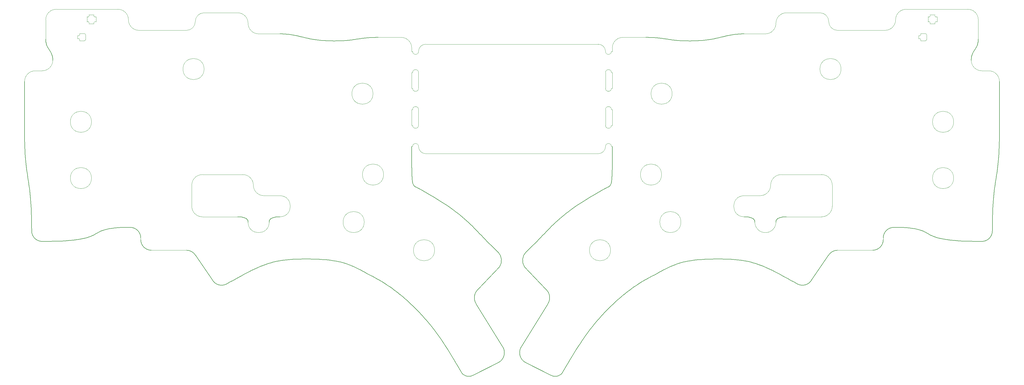
<source format=gm1>
G04 #@! TF.GenerationSoftware,KiCad,Pcbnew,7.0.5*
G04 #@! TF.CreationDate,2023-07-16T20:07:35+02:00*
G04 #@! TF.ProjectId,mykeeb_v7a5,6d796b65-6562-45f7-9637-61352e6b6963,rev?*
G04 #@! TF.SameCoordinates,Original*
G04 #@! TF.FileFunction,Profile,NP*
%FSLAX46Y46*%
G04 Gerber Fmt 4.6, Leading zero omitted, Abs format (unit mm)*
G04 Created by KiCad (PCBNEW 7.0.5) date 2023-07-16 20:07:35*
%MOMM*%
%LPD*%
G01*
G04 APERTURE LIST*
G04 #@! TA.AperFunction,Profile*
%ADD10C,0.038100*%
G04 #@! TD*
G04 #@! TA.AperFunction,Profile*
%ADD11C,0.160000*%
G04 #@! TD*
%ADD12C,0.160000*%
G04 #@! TA.AperFunction,Profile*
%ADD13C,0.100000*%
G04 #@! TD*
G04 #@! TA.AperFunction,Profile*
%ADD14C,0.050000*%
G04 #@! TD*
G04 #@! TA.AperFunction,Profile*
%ADD15C,0.120000*%
G04 #@! TD*
G04 APERTURE END LIST*
D10*
X275629909Y-97036028D02*
G75*
G03*
X272058028Y-100607897I191J-3572072D01*
G01*
D11*
X22026587Y-116086083D02*
G75*
G03*
X25598459Y-119657913I3571773J-57D01*
G01*
X58936070Y-119062600D02*
G75*
G03*
X62507865Y-122634430I3571630J-200D01*
G01*
D12*
X151804815Y-142279807D02*
X152302023Y-142780576D01*
X152789639Y-143279165D01*
X153268535Y-143776882D01*
X153739582Y-144275035D01*
X154203653Y-144774932D01*
X154661619Y-145277882D01*
X155114354Y-145785191D01*
X155562728Y-146298169D01*
X156007614Y-146818123D01*
X156449884Y-147346362D01*
X156890410Y-147884193D01*
X157330063Y-148432924D01*
X157769717Y-148993865D01*
X158210243Y-149568321D01*
X158652513Y-150157603D01*
X159097399Y-150763017D01*
X159545773Y-151385872D01*
X159998507Y-152027476D01*
X160456474Y-152689136D01*
X160920545Y-153372162D01*
X161391592Y-154077861D01*
X161870488Y-154807541D01*
X162358104Y-155562510D01*
X162855312Y-156344076D01*
X163362985Y-157153548D01*
X163881994Y-157992233D01*
X164413212Y-158861439D01*
X164957511Y-159762475D01*
X165515762Y-160696648D01*
X166088838Y-161665267D01*
X166677611Y-162669640D01*
X167282953Y-163711075D01*
D10*
X213717364Y-89973470D02*
G75*
G03*
X216179870Y-87511011I36J2462470D01*
G01*
D13*
X241697059Y-113109470D02*
G75*
G03*
X241697059Y-113109470I-3571875J0D01*
G01*
X333970574Y-98226645D02*
G75*
G03*
X333970574Y-98226645I-3571875J0D01*
G01*
D10*
X152914186Y-87511008D02*
G75*
G03*
X155376693Y-89973514I2462514J8D01*
G01*
X155376696Y-52901590D02*
G75*
G03*
X152914190Y-55364109I4J-2462510D01*
G01*
X79771945Y-97036064D02*
G75*
G03*
X76200064Y-100607897I-45J-3571836D01*
G01*
X97036022Y-100607897D02*
G75*
G03*
X100607897Y-104179778I3571878J-3D01*
G01*
D13*
X238720494Y-69651621D02*
G75*
G03*
X238720494Y-69651621I-3571875J0D01*
G01*
D10*
X289322102Y-111323531D02*
X277415846Y-111323532D01*
D13*
X30360963Y-41076605D02*
G75*
G03*
X26789085Y-44648475I-13J-3571865D01*
G01*
X217884536Y-122634478D02*
G75*
G03*
X217884536Y-122634478I-3571875J0D01*
G01*
X263128330Y-49410979D02*
X270272086Y-49410979D01*
D10*
X93464135Y-97036016D02*
X79771945Y-97036016D01*
X155376696Y-52901606D02*
X213717367Y-52901606D01*
D13*
X95250121Y-45839101D02*
G75*
G03*
X98821958Y-49410979I3571779J-99D01*
G01*
X23217207Y-61912559D02*
G75*
G03*
X19645329Y-65484430I-17J-3571861D01*
G01*
X80367257Y-42267149D02*
X91678202Y-42267223D01*
X343495585Y-61912552D02*
X345876837Y-61912552D01*
D12*
X244673627Y-51792231D02*
X245596700Y-51785400D01*
X246470175Y-51765488D01*
X247296779Y-51733368D01*
X248079235Y-51689911D01*
X248820270Y-51635990D01*
X249522608Y-51572476D01*
X250188974Y-51500242D01*
X250822094Y-51420160D01*
X251424692Y-51333101D01*
X251999494Y-51239938D01*
X252549224Y-51141543D01*
X253076609Y-51038787D01*
X253584373Y-50932544D01*
X254075241Y-50823684D01*
X254551938Y-50713080D01*
X255017190Y-50601605D01*
X255473721Y-50490129D01*
X255924257Y-50379525D01*
X256371523Y-50270665D01*
X256818244Y-50164422D01*
X257267145Y-50061666D01*
X257720952Y-49963271D01*
X258182388Y-49870108D01*
X258654180Y-49783049D01*
X259139053Y-49702967D01*
X259639731Y-49630733D01*
X260158941Y-49567219D01*
X260699406Y-49513298D01*
X261263852Y-49469841D01*
X261855005Y-49437721D01*
X262475589Y-49417809D01*
X263128330Y-49410979D01*
D13*
X23217207Y-61912552D02*
X25598459Y-61912552D01*
X342305003Y-44648475D02*
G75*
G03*
X338733081Y-41076597I-3571803J75D01*
G01*
D11*
X313729935Y-114895457D02*
G75*
G03*
X310158057Y-118467335I-35J-3571843D01*
G01*
D13*
X26789085Y-51196918D02*
X26789085Y-44648475D01*
D11*
X58935995Y-118467335D02*
G75*
G03*
X55364109Y-114895505I-3571795J35D01*
G01*
D12*
X347067463Y-116086083D02*
X347074293Y-114412414D01*
X347094205Y-112847316D01*
X347126325Y-111384246D01*
X347169782Y-110016665D01*
X347223703Y-108738032D01*
X347287217Y-107541807D01*
X347359451Y-106421450D01*
X347439533Y-105370421D01*
X347526592Y-104382178D01*
X347619755Y-103450183D01*
X347718150Y-102567894D01*
X347820906Y-101728771D01*
X347927149Y-100926274D01*
X348036009Y-100153863D01*
X348146613Y-99404996D01*
X348258089Y-98673135D01*
X348369564Y-97951739D01*
X348480168Y-97234266D01*
X348589028Y-96514178D01*
X348695271Y-95784934D01*
X348798027Y-95039992D01*
X348896422Y-94272814D01*
X348989585Y-93476859D01*
X349076644Y-92645586D01*
X349156726Y-91772455D01*
X349228960Y-90850926D01*
X349292474Y-89874459D01*
X349346395Y-88836512D01*
X349389852Y-87730547D01*
X349421972Y-86550022D01*
X349441884Y-85288397D01*
X349448715Y-83939133D01*
X124420417Y-51792231D02*
X125123735Y-51788815D01*
X125784433Y-51778859D01*
X126405235Y-51762799D01*
X126988867Y-51741071D01*
X127538052Y-51714110D01*
X128055517Y-51682353D01*
X128543987Y-51646236D01*
X129006187Y-51606195D01*
X129444842Y-51562666D01*
X129862676Y-51516084D01*
X130262416Y-51466887D01*
X130646786Y-51415509D01*
X131018511Y-51362387D01*
X131380317Y-51307957D01*
X131734929Y-51252655D01*
X132085071Y-51196918D01*
X132433470Y-51141180D01*
X132782849Y-51085878D01*
X133135935Y-51031448D01*
X133495452Y-50978326D01*
X133864125Y-50926948D01*
X134244680Y-50877751D01*
X134639841Y-50831169D01*
X135052335Y-50787640D01*
X135484885Y-50747599D01*
X135940217Y-50711482D01*
X136421057Y-50679725D01*
X136930129Y-50652764D01*
X137470158Y-50631036D01*
X138043870Y-50614976D01*
X138653989Y-50605020D01*
X139303242Y-50601605D01*
X232767367Y-130968860D02*
X232212712Y-131249675D01*
X231664817Y-131534087D01*
X231123461Y-131822206D01*
X230588428Y-132114139D01*
X230059499Y-132409997D01*
X229536456Y-132709888D01*
X229019082Y-133013922D01*
X228507158Y-133322206D01*
X228000466Y-133634851D01*
X227498788Y-133951965D01*
X227001907Y-134273657D01*
X226509604Y-134600036D01*
X226021661Y-134931212D01*
X225537860Y-135267293D01*
X225057983Y-135608388D01*
X224581813Y-135954606D01*
X224109130Y-136306056D01*
X223639718Y-136662848D01*
X223173358Y-137025090D01*
X222709832Y-137392891D01*
X222248923Y-137766361D01*
X221790411Y-138145608D01*
X221334079Y-138530741D01*
X220879710Y-138921869D01*
X220427085Y-139319102D01*
X219975985Y-139722548D01*
X219526194Y-140132316D01*
X219077493Y-140548515D01*
X218629664Y-140971255D01*
X218182489Y-141400644D01*
X217735750Y-141836792D01*
X217289229Y-142279807D01*
X150614189Y-87511011D02*
X150614240Y-88700897D01*
X150614600Y-89816583D01*
X150615576Y-90860609D01*
X150617478Y-91835513D01*
X150620613Y-92743835D01*
X150625289Y-93588115D01*
X150631816Y-94370891D01*
X150640501Y-95094704D01*
X150651654Y-95762092D01*
X150665581Y-96375595D01*
X150682592Y-96937752D01*
X150702995Y-97451103D01*
X150727098Y-97918187D01*
X150755209Y-98341544D01*
X150787638Y-98723713D01*
X150824692Y-99067233D01*
X150866679Y-99374644D01*
X150913909Y-99648484D01*
X150966689Y-99891295D01*
X151025327Y-100105614D01*
X151090133Y-100293981D01*
X151161414Y-100458936D01*
X151239479Y-100603018D01*
X151417194Y-100838721D01*
X151625744Y-101021405D01*
X151867597Y-101171385D01*
X152145218Y-101308975D01*
X152298214Y-101379474D01*
D11*
X294679919Y-122634382D02*
G75*
G03*
X291586546Y-124420383I81J-3572018D01*
G01*
D12*
X95250081Y-113109473D02*
X95245593Y-112947218D01*
X95186695Y-112652796D01*
X95067943Y-112396307D01*
X94897389Y-112175136D01*
X94683084Y-111986666D01*
X94433080Y-111828281D01*
X94155428Y-111697366D01*
X93858181Y-111591304D01*
X93549390Y-111507479D01*
X93237106Y-111443275D01*
X92929382Y-111396076D01*
X92634268Y-111363265D01*
X92359816Y-111342227D01*
X92114079Y-111330345D01*
X91905107Y-111325004D01*
X91740952Y-111323586D01*
X91678198Y-111323532D01*
D10*
X213717364Y-89973514D02*
X155376693Y-89973514D01*
D13*
X349448748Y-65484430D02*
G75*
G03*
X345876837Y-61912552I-3571948J-70D01*
G01*
X338733081Y-41076597D02*
X317897126Y-41076597D01*
X42267220Y-79176629D02*
G75*
G03*
X42267220Y-79176629I-3571875J0D01*
G01*
D12*
X26789085Y-51196918D02*
X26795915Y-51521535D01*
X26815827Y-51826531D01*
X26847947Y-52113214D01*
X26891404Y-52382893D01*
X26945325Y-52636874D01*
X27008839Y-52876468D01*
X27081073Y-53102980D01*
X27161155Y-53317720D01*
X27248214Y-53521996D01*
X27341377Y-53717115D01*
X27439772Y-53904385D01*
X27542528Y-54085116D01*
X27648771Y-54260614D01*
X27757631Y-54432188D01*
X27868235Y-54601146D01*
X27979711Y-54768796D01*
X28091186Y-54936445D01*
X28201790Y-55105403D01*
X28310650Y-55276977D01*
X28416893Y-55452475D01*
X28519649Y-55633206D01*
X28618044Y-55820476D01*
X28711207Y-56015595D01*
X28798266Y-56219871D01*
X28878348Y-56434611D01*
X28950582Y-56661123D01*
X29014096Y-56900717D01*
X29068017Y-57154698D01*
X29111474Y-57424377D01*
X29143594Y-57711060D01*
X29163506Y-58016056D01*
X29170337Y-58340674D01*
D11*
X181450245Y-155370314D02*
X172476220Y-140867452D01*
D13*
X139303242Y-50601605D02*
X147042311Y-50601605D01*
D12*
X343495585Y-119657913D02*
X341259364Y-119644251D01*
X339230580Y-119604427D01*
X337396915Y-119540187D01*
X335746051Y-119453274D01*
X334265671Y-119345432D01*
X332943458Y-119218405D01*
X331767094Y-119073937D01*
X330724260Y-118913773D01*
X329802641Y-118739656D01*
X328989917Y-118553331D01*
X328273772Y-118356541D01*
X327641888Y-118151032D01*
X327081947Y-117938546D01*
X326581632Y-117720828D01*
X326128625Y-117499622D01*
X325710609Y-117276673D01*
X325315265Y-117053723D01*
X324930278Y-116832518D01*
X324543328Y-116614802D01*
X324142098Y-116402318D01*
X323714272Y-116196811D01*
X323247530Y-116000024D01*
X322729556Y-115813703D01*
X322148032Y-115639590D01*
X321490641Y-115479431D01*
X320745065Y-115334968D01*
X319898985Y-115207947D01*
X318940086Y-115100112D01*
X317856049Y-115013205D01*
X316634556Y-114948973D01*
X315263291Y-114909158D01*
X313729935Y-114895505D01*
X152298214Y-101379474D02*
X153879618Y-102241024D01*
X155370635Y-103073934D01*
X156775653Y-103879920D01*
X158099063Y-104660703D01*
X159345254Y-105418002D01*
X160518616Y-106153534D01*
X161623538Y-106869020D01*
X162664410Y-107566179D01*
X163645622Y-108246728D01*
X164571563Y-108912388D01*
X165446624Y-109564878D01*
X166275193Y-110205916D01*
X167061660Y-110837221D01*
X167810415Y-111460512D01*
X168525849Y-112077509D01*
X169212349Y-112689930D01*
X169874306Y-113299495D01*
X170516111Y-113907922D01*
X171142151Y-114516930D01*
X171756817Y-115128239D01*
X172364499Y-115743567D01*
X172969586Y-116364634D01*
X173576469Y-116993158D01*
X174189535Y-117630858D01*
X174813176Y-118279454D01*
X175451781Y-118940664D01*
X176109740Y-119616208D01*
X176791441Y-120307804D01*
X177501276Y-121017171D01*
X178243633Y-121746029D01*
X179022902Y-122496096D01*
X179843474Y-123269092D01*
D10*
X292893983Y-107751650D02*
X292893980Y-100607894D01*
D11*
X77507498Y-124420383D02*
X83180792Y-132702356D01*
D10*
X95250089Y-113109473D02*
G75*
G03*
X102393831Y-113109469I3571871J3D01*
G01*
D12*
X124420417Y-51792231D02*
X123497343Y-51785400D01*
X122623868Y-51765488D01*
X121797264Y-51733368D01*
X121014808Y-51689911D01*
X120273773Y-51635990D01*
X119571435Y-51572476D01*
X118905069Y-51500242D01*
X118271949Y-51420160D01*
X117669351Y-51333101D01*
X117094549Y-51239938D01*
X116544819Y-51141543D01*
X116017434Y-51038787D01*
X115509670Y-50932544D01*
X115018802Y-50823684D01*
X114542105Y-50713080D01*
X114076853Y-50601605D01*
X113620322Y-50490129D01*
X113169786Y-50379525D01*
X112722520Y-50270665D01*
X112275799Y-50164422D01*
X111826898Y-50061666D01*
X111373091Y-49963271D01*
X110911655Y-49870108D01*
X110439863Y-49783049D01*
X109954990Y-49702967D01*
X109454312Y-49630733D01*
X108935102Y-49567219D01*
X108394637Y-49513298D01*
X107830191Y-49469841D01*
X107239038Y-49437721D01*
X106618454Y-49417809D01*
X105965714Y-49410979D01*
X342304959Y-51196918D02*
X342298128Y-51521535D01*
X342278216Y-51826531D01*
X342246096Y-52113214D01*
X342202639Y-52382893D01*
X342148718Y-52636874D01*
X342085204Y-52876468D01*
X342012970Y-53102980D01*
X341932888Y-53317720D01*
X341845829Y-53521996D01*
X341752666Y-53717115D01*
X341654271Y-53904385D01*
X341551515Y-54085116D01*
X341445272Y-54260614D01*
X341336412Y-54432188D01*
X341225808Y-54601146D01*
X341114333Y-54768796D01*
X341002857Y-54936445D01*
X340892253Y-55105403D01*
X340783393Y-55276977D01*
X340677150Y-55452475D01*
X340574394Y-55633206D01*
X340475999Y-55820476D01*
X340382836Y-56015595D01*
X340295777Y-56219871D01*
X340215695Y-56434611D01*
X340143461Y-56661123D01*
X340079947Y-56900717D01*
X340026026Y-57154698D01*
X339982569Y-57424377D01*
X339950449Y-57711060D01*
X339930537Y-58016056D01*
X339923707Y-58340674D01*
D13*
X291703351Y-45243751D02*
G75*
G03*
X288726787Y-42267149I-2976551J51D01*
G01*
D11*
X343495585Y-119657863D02*
G75*
G03*
X347067463Y-116086083I15J3571863D01*
G01*
X171404694Y-164923514D02*
X179784526Y-160734510D01*
D13*
X306586179Y-122634430D02*
X294679919Y-122634430D01*
X137517300Y-69651621D02*
G75*
G03*
X137517300Y-69651621I-3571875J0D01*
G01*
D12*
X254198635Y-125611043D02*
X255289232Y-125616368D01*
X256330785Y-125632714D01*
X257326573Y-125660638D01*
X258279874Y-125700697D01*
X259193968Y-125753447D01*
X260072132Y-125819446D01*
X260917646Y-125899250D01*
X261733787Y-125993415D01*
X262523835Y-126102499D01*
X263291068Y-126227058D01*
X264038765Y-126367649D01*
X264770205Y-126524829D01*
X265488665Y-126699154D01*
X266197425Y-126891182D01*
X266899763Y-127101468D01*
X267598958Y-127330570D01*
X268298289Y-127579045D01*
X269001033Y-127847448D01*
X269710471Y-128136338D01*
X270429879Y-128446271D01*
X271162538Y-128777802D01*
X271911725Y-129131491D01*
X272680720Y-129507892D01*
X273472800Y-129907562D01*
X274291245Y-130331059D01*
X275139333Y-130778940D01*
X276020342Y-131251760D01*
X276937552Y-131750077D01*
X277894241Y-132274447D01*
X278893688Y-132825428D01*
X279939170Y-133403575D01*
X281033968Y-134009447D01*
X266700213Y-113109469D02*
X266695725Y-112947214D01*
X266636827Y-112652792D01*
X266518075Y-112396303D01*
X266347521Y-112175132D01*
X266133216Y-111986662D01*
X265883212Y-111828277D01*
X265605560Y-111697362D01*
X265308313Y-111591300D01*
X264999522Y-111507475D01*
X264687238Y-111443271D01*
X264379514Y-111396072D01*
X264084400Y-111363261D01*
X263809948Y-111342223D01*
X263564211Y-111330341D01*
X263355239Y-111325000D01*
X263191084Y-111323582D01*
X263128330Y-111323528D01*
D13*
X58935987Y-118467335D02*
X58935987Y-119062600D01*
X310753370Y-48220353D02*
X294679921Y-48220353D01*
X222051733Y-50601555D02*
G75*
G03*
X218479855Y-54173483I67J-3571945D01*
G01*
X342304959Y-44648475D02*
X342304959Y-51196918D01*
D10*
X105965710Y-104179778D02*
X100607897Y-104179778D01*
X268486147Y-104179728D02*
G75*
G03*
X272058028Y-100607897I53J3571828D01*
G01*
D13*
X74414125Y-122634430D02*
X62507865Y-122634430D01*
D10*
X150614190Y-62507862D02*
X150614190Y-67865685D01*
D13*
X54768803Y-44648475D02*
G75*
G03*
X51196918Y-41076597I-3571803J75D01*
G01*
X98821958Y-49410979D02*
X105965714Y-49410979D01*
D10*
X292893984Y-100607897D02*
G75*
G03*
X289322099Y-97036016I-3571984J-103D01*
G01*
D13*
X317897126Y-41076548D02*
G75*
G03*
X314325248Y-44648475I-26J-3571852D01*
G01*
D11*
X281034003Y-134009386D02*
G75*
G03*
X285913252Y-132702356I1786097J3093186D01*
G01*
X189309518Y-160734510D02*
X197689350Y-164923514D01*
X180296155Y-128330160D02*
X173236110Y-135731370D01*
D13*
X333970574Y-79176629D02*
G75*
G03*
X333970574Y-79176629I-3571875J0D01*
G01*
D11*
X19645329Y-83939133D02*
X19645329Y-65484430D01*
D10*
X218479854Y-67865685D02*
X218479854Y-62507862D01*
X150614190Y-75009435D02*
X150614190Y-80367258D01*
D11*
X173236089Y-135731344D02*
G75*
G03*
X172476220Y-140867452I2381211J-2976556D01*
G01*
D13*
X42267220Y-98226645D02*
G75*
G03*
X42267220Y-98226645I-3571875J0D01*
G01*
D10*
X216179894Y-55364112D02*
G75*
G03*
X213717367Y-52901606I-2462494J12D01*
G01*
D12*
X254198635Y-125611043D02*
X253108202Y-125616275D01*
X252067803Y-125631971D01*
X251075149Y-125658133D01*
X250127949Y-125694758D01*
X249223916Y-125741849D01*
X248360759Y-125799403D01*
X247536190Y-125867422D01*
X246747920Y-125945906D01*
X245993660Y-126034854D01*
X245271120Y-126134267D01*
X244578011Y-126244144D01*
X243912044Y-126364486D01*
X243270931Y-126495292D01*
X242652382Y-126636562D01*
X242054108Y-126788297D01*
X241473819Y-126950497D01*
X240909227Y-127123161D01*
X240358043Y-127306289D01*
X239817978Y-127499882D01*
X239286741Y-127703940D01*
X238762046Y-127918462D01*
X238241601Y-128143448D01*
X237723118Y-128378899D01*
X237204309Y-128624815D01*
X236682883Y-128881194D01*
X236156552Y-129148039D01*
X235623027Y-129425348D01*
X235080018Y-129713121D01*
X234525237Y-130011359D01*
X233956394Y-130320061D01*
X233371200Y-130639228D01*
X232767367Y-130968860D01*
X114895409Y-125611043D02*
X113804811Y-125616368D01*
X112763258Y-125632714D01*
X111767470Y-125660638D01*
X110814169Y-125700697D01*
X109900075Y-125753447D01*
X109021911Y-125819446D01*
X108176397Y-125899250D01*
X107360256Y-125993415D01*
X106570208Y-126102499D01*
X105802975Y-126227058D01*
X105055278Y-126367649D01*
X104323838Y-126524829D01*
X103605378Y-126699154D01*
X102896618Y-126891182D01*
X102194280Y-127101468D01*
X101495085Y-127330570D01*
X100795754Y-127579045D01*
X100093010Y-127847448D01*
X99383572Y-128136338D01*
X98664164Y-128446271D01*
X97931505Y-128777802D01*
X97182318Y-129131491D01*
X96413323Y-129507892D01*
X95621243Y-129907562D01*
X94802798Y-130331059D01*
X93954710Y-130778940D01*
X93073701Y-131251760D01*
X92156491Y-131750077D01*
X91199802Y-132274447D01*
X90200355Y-132825428D01*
X89154873Y-133403575D01*
X88060076Y-134009447D01*
D13*
X235148616Y-97036016D02*
G75*
G03*
X235148616Y-97036016I-3571875J0D01*
G01*
X150614195Y-54173483D02*
G75*
G03*
X147042311Y-50601605I-3571895J-17D01*
G01*
D10*
X76199969Y-107751650D02*
G75*
G03*
X79771942Y-111323531I3571931J50D01*
G01*
X289322102Y-111323483D02*
G75*
G03*
X292893983Y-107751650I198J3571683D01*
G01*
D11*
X349448715Y-65484430D02*
X349448715Y-83939133D01*
D10*
X97035984Y-100607897D02*
G75*
G03*
X93464135Y-97036016I-3571884J-3D01*
G01*
D13*
X310158057Y-119062600D02*
X310158057Y-118467335D01*
D12*
X244673627Y-51792231D02*
X243970308Y-51788815D01*
X243309610Y-51778859D01*
X242688808Y-51762799D01*
X242105176Y-51741071D01*
X241555991Y-51714110D01*
X241038526Y-51682353D01*
X240550056Y-51646236D01*
X240087856Y-51606195D01*
X239649201Y-51562666D01*
X239231367Y-51516084D01*
X238831627Y-51466887D01*
X238447257Y-51415509D01*
X238075532Y-51362387D01*
X237713726Y-51307957D01*
X237359114Y-51252655D01*
X237008972Y-51196918D01*
X236660573Y-51141180D01*
X236311194Y-51085878D01*
X235958108Y-51031448D01*
X235598591Y-50978326D01*
X235229918Y-50926948D01*
X234849363Y-50877751D01*
X234454202Y-50831169D01*
X234041708Y-50787640D01*
X233609158Y-50747599D01*
X233153826Y-50711482D01*
X232672986Y-50679725D01*
X232163914Y-50652764D01*
X231623885Y-50631036D01*
X231050173Y-50614976D01*
X230440054Y-50605020D01*
X229790802Y-50601605D01*
D13*
X291703347Y-45243751D02*
G75*
G03*
X294679921Y-48220353I2976553J-49D01*
G01*
D11*
X189250552Y-123269075D02*
G75*
G03*
X188797890Y-128330160I2920848J-2812025D01*
G01*
D13*
X295870539Y-61317239D02*
G75*
G03*
X295870539Y-61317239I-3571875J0D01*
G01*
D11*
X83180798Y-132702353D02*
G75*
G03*
X88060076Y-134009447I3093202J1786153D01*
G01*
D13*
X51196918Y-41076597D02*
X30360963Y-41076597D01*
D12*
X25598459Y-119657913D02*
X27834679Y-119644251D01*
X29863463Y-119604427D01*
X31697128Y-119540187D01*
X33347992Y-119453274D01*
X34828372Y-119345432D01*
X36150585Y-119218405D01*
X37326949Y-119073937D01*
X38369783Y-118913773D01*
X39291402Y-118739656D01*
X40104126Y-118553331D01*
X40820271Y-118356541D01*
X41452155Y-118151032D01*
X42012096Y-117938546D01*
X42512411Y-117720828D01*
X42965418Y-117499622D01*
X43383434Y-117276673D01*
X43778778Y-117053723D01*
X44163765Y-116832518D01*
X44550715Y-116614802D01*
X44951945Y-116402318D01*
X45379771Y-116196811D01*
X45846513Y-116000024D01*
X46364487Y-115813703D01*
X46946011Y-115639590D01*
X47603402Y-115479431D01*
X48348978Y-115334968D01*
X49195058Y-115207947D01*
X50153957Y-115100112D01*
X51237994Y-115013205D01*
X52459487Y-114948973D01*
X53830752Y-114909158D01*
X55364109Y-114895505D01*
D10*
X76200061Y-107751650D02*
X76200058Y-100607894D01*
X266700237Y-113109469D02*
G75*
G03*
X273843963Y-113109473I3571863J-31D01*
G01*
D11*
X196617824Y-140867452D02*
X187643799Y-155370314D01*
D13*
X270272086Y-49410964D02*
G75*
G03*
X273843964Y-45839101I14J3571864D01*
G01*
X141089178Y-97036016D02*
G75*
G03*
X141089178Y-97036016I-3571875J0D01*
G01*
D11*
X187643785Y-155370305D02*
G75*
G03*
X189309518Y-160734510I3263915J-1927195D01*
G01*
D10*
X152914190Y-67865685D02*
X152914190Y-62507862D01*
D11*
X306586179Y-122634457D02*
G75*
G03*
X310158057Y-119062600I121J3571757D01*
G01*
X285913252Y-132702356D02*
X291586546Y-124420383D01*
D13*
X25598459Y-61912547D02*
G75*
G03*
X29170337Y-58340674I1J3571877D01*
G01*
D10*
X150614189Y-54173483D02*
X150614190Y-55364112D01*
D13*
X74414123Y-48220390D02*
G75*
G03*
X77390690Y-45243751I-23J2976590D01*
G01*
X158353258Y-122634478D02*
G75*
G03*
X158353258Y-122634478I-3571875J0D01*
G01*
D11*
X195857934Y-135731370D02*
X188797889Y-128330160D01*
X180296138Y-128330149D02*
G75*
G03*
X179843474Y-123269092I-3373438J2249049D01*
G01*
D13*
X74414123Y-48220353D02*
X58340674Y-48220353D01*
D10*
X216179854Y-75009435D02*
X216179854Y-80367258D01*
D13*
X222051733Y-50601605D02*
X229790802Y-50601605D01*
X80367255Y-61317239D02*
G75*
G03*
X80367255Y-61317239I-3571875J0D01*
G01*
X277415842Y-42267164D02*
G75*
G03*
X273843964Y-45839101I58J-3571936D01*
G01*
X310753370Y-48220348D02*
G75*
G03*
X314325248Y-44648475I130J3571748D01*
G01*
D12*
X218479855Y-87511011D02*
X218479803Y-88700897D01*
X218479443Y-89816583D01*
X218478467Y-90860609D01*
X218476565Y-91835513D01*
X218473430Y-92743835D01*
X218468754Y-93588115D01*
X218462227Y-94370891D01*
X218453542Y-95094704D01*
X218442389Y-95762092D01*
X218428462Y-96375595D01*
X218411451Y-96937752D01*
X218391048Y-97451103D01*
X218366945Y-97918187D01*
X218338834Y-98341544D01*
X218306405Y-98723713D01*
X218269351Y-99067233D01*
X218227364Y-99374644D01*
X218180134Y-99648484D01*
X218127354Y-99891295D01*
X218068716Y-100105614D01*
X218003910Y-100293981D01*
X217932629Y-100458936D01*
X217854564Y-100603018D01*
X217676849Y-100838721D01*
X217468299Y-101021405D01*
X217226446Y-101171385D01*
X216948825Y-101308975D01*
X216795830Y-101379474D01*
D11*
X196617806Y-140867440D02*
G75*
G03*
X195857934Y-135731370I-3141006J2159540D01*
G01*
D13*
X277415842Y-42267223D02*
X288726787Y-42267149D01*
X339923748Y-58340674D02*
G75*
G03*
X343495585Y-61912552I3571952J74D01*
G01*
D12*
X136326677Y-130968860D02*
X136881331Y-131249675D01*
X137429226Y-131534087D01*
X137970582Y-131822206D01*
X138505615Y-132114139D01*
X139034544Y-132409997D01*
X139557587Y-132709888D01*
X140074961Y-133013922D01*
X140586885Y-133322206D01*
X141093577Y-133634851D01*
X141595255Y-133951965D01*
X142092136Y-134273657D01*
X142584439Y-134600036D01*
X143072382Y-134931212D01*
X143556183Y-135267293D01*
X144036060Y-135608388D01*
X144512230Y-135954606D01*
X144984913Y-136306056D01*
X145454325Y-136662848D01*
X145920685Y-137025090D01*
X146384211Y-137392891D01*
X146845120Y-137766361D01*
X147303632Y-138145608D01*
X147759964Y-138530741D01*
X148214333Y-138921869D01*
X148666958Y-139319102D01*
X149118058Y-139722548D01*
X149567849Y-140132316D01*
X150016550Y-140548515D01*
X150464379Y-140971255D01*
X150911554Y-141400644D01*
X151358293Y-141836792D01*
X151804815Y-142279807D01*
X217289229Y-142279807D02*
X216792020Y-142780576D01*
X216304404Y-143279165D01*
X215825508Y-143776882D01*
X215354461Y-144275035D01*
X214890390Y-144774932D01*
X214432424Y-145277882D01*
X213979689Y-145785191D01*
X213531315Y-146298169D01*
X213086429Y-146818123D01*
X212644159Y-147346362D01*
X212203633Y-147884193D01*
X211763980Y-148432924D01*
X211324326Y-148993865D01*
X210883800Y-149568321D01*
X210441530Y-150157603D01*
X209996644Y-150763017D01*
X209548270Y-151385872D01*
X209095536Y-152027476D01*
X208637569Y-152689136D01*
X208173498Y-153372162D01*
X207702451Y-154077861D01*
X207223555Y-154807541D01*
X206735939Y-155562510D01*
X206238731Y-156344076D01*
X205731058Y-157153548D01*
X205212049Y-157992233D01*
X204680831Y-158861439D01*
X204136532Y-159762475D01*
X203578281Y-160696648D01*
X203005205Y-161665267D01*
X202416432Y-162669640D01*
X201811091Y-163711075D01*
X114895409Y-125611043D02*
X115985841Y-125616275D01*
X117026240Y-125631971D01*
X118018894Y-125658133D01*
X118966094Y-125694758D01*
X119870127Y-125741849D01*
X120733284Y-125799403D01*
X121557853Y-125867422D01*
X122346123Y-125945906D01*
X123100383Y-126034854D01*
X123822923Y-126134267D01*
X124516032Y-126244144D01*
X125181999Y-126364486D01*
X125823112Y-126495292D01*
X126441661Y-126636562D01*
X127039935Y-126788297D01*
X127620224Y-126950497D01*
X128184816Y-127123161D01*
X128736000Y-127306289D01*
X129276065Y-127499882D01*
X129807302Y-127703940D01*
X130331997Y-127918462D01*
X130852442Y-128143448D01*
X131370925Y-128378899D01*
X131889734Y-128624815D01*
X132411160Y-128881194D01*
X132937491Y-129148039D01*
X133471016Y-129425348D01*
X134014025Y-129713121D01*
X134568806Y-130011359D01*
X135137649Y-130320061D01*
X135722843Y-130639228D01*
X136326677Y-130968860D01*
D11*
X197689331Y-164923544D02*
G75*
G03*
X201811091Y-163711075I1514469J2463744D01*
G01*
X77507498Y-124420383D02*
G75*
G03*
X74414125Y-122634430I-3093398J-1786017D01*
G01*
D10*
X218479854Y-80367258D02*
X218479854Y-75009435D01*
D12*
X216795830Y-101379474D02*
X215214425Y-102241024D01*
X213723408Y-103073934D01*
X212318390Y-103879920D01*
X210994980Y-104660703D01*
X209748789Y-105418002D01*
X208575427Y-106153534D01*
X207470505Y-106869020D01*
X206429633Y-107566179D01*
X205448421Y-108246728D01*
X204522480Y-108912388D01*
X203647419Y-109564878D01*
X202818850Y-110205916D01*
X202032383Y-110837221D01*
X201283628Y-111460512D01*
X200568194Y-112077509D01*
X199881694Y-112689930D01*
X199219737Y-113299495D01*
X198577932Y-113907922D01*
X197951892Y-114516930D01*
X197337226Y-115128239D01*
X196729544Y-115743567D01*
X196124457Y-116364634D01*
X195517574Y-116993158D01*
X194904508Y-117630858D01*
X194280867Y-118279454D01*
X193642262Y-118940664D01*
X192984303Y-119616208D01*
X192302602Y-120307804D01*
X191592767Y-121017171D01*
X190850410Y-121746029D01*
X190071141Y-122496096D01*
X189250570Y-123269092D01*
D10*
X105965714Y-111323522D02*
G75*
G03*
X105965710Y-104179778I-4J3571872D01*
G01*
D11*
X179784545Y-160734552D02*
G75*
G03*
X181450245Y-155370314I-1598345J3437052D01*
G01*
D13*
X134540735Y-113109470D02*
G75*
G03*
X134540735Y-113109470I-3571875J0D01*
G01*
D10*
X289322099Y-97036016D02*
X275629909Y-97036016D01*
X216179854Y-62507862D02*
X216179854Y-67865685D01*
X218479854Y-55364112D02*
X218479855Y-54173483D01*
D12*
X273843963Y-113109473D02*
X273848450Y-112947218D01*
X273907348Y-112652796D01*
X274026100Y-112396307D01*
X274196654Y-112175136D01*
X274410959Y-111986666D01*
X274660963Y-111828281D01*
X274938615Y-111697366D01*
X275235862Y-111591304D01*
X275544653Y-111507479D01*
X275856937Y-111443275D01*
X276164661Y-111396076D01*
X276459775Y-111363265D01*
X276734227Y-111342227D01*
X276979964Y-111330345D01*
X277188936Y-111325004D01*
X277353091Y-111323586D01*
X277415846Y-111323532D01*
D10*
X91678198Y-111323532D02*
X79771942Y-111323531D01*
X268486147Y-104179778D02*
X263128334Y-104179778D01*
X152914190Y-80367258D02*
X152914190Y-75009435D01*
D11*
X167282929Y-163711086D02*
G75*
G03*
X171404694Y-164923514I2607271J1251286D01*
G01*
D12*
X22026581Y-116086083D02*
X22019750Y-114412414D01*
X21999838Y-112847316D01*
X21967718Y-111384246D01*
X21924261Y-110016665D01*
X21870340Y-108738032D01*
X21806826Y-107541807D01*
X21734592Y-106421450D01*
X21654510Y-105370421D01*
X21567451Y-104382178D01*
X21474288Y-103450183D01*
X21375893Y-102567894D01*
X21273137Y-101728771D01*
X21166894Y-100926274D01*
X21058034Y-100153863D01*
X20947430Y-99404996D01*
X20835955Y-98673135D01*
X20724479Y-97951739D01*
X20613875Y-97234266D01*
X20505015Y-96514178D01*
X20398772Y-95784934D01*
X20296016Y-95039992D01*
X20197621Y-94272814D01*
X20104458Y-93476859D01*
X20017399Y-92645586D01*
X19937317Y-91772455D01*
X19865083Y-90850926D01*
X19801569Y-89874459D01*
X19747648Y-88836512D01*
X19704191Y-87730547D01*
X19672071Y-86550022D01*
X19652159Y-85288397D01*
X19645329Y-83939133D01*
D13*
X54768747Y-44648475D02*
G75*
G03*
X58340674Y-48220353I3571853J-25D01*
G01*
D12*
X102393831Y-113109469D02*
X102398318Y-112947214D01*
X102457216Y-112652792D01*
X102575968Y-112396303D01*
X102746522Y-112175132D01*
X102960827Y-111986662D01*
X103210831Y-111828277D01*
X103488483Y-111697362D01*
X103785730Y-111591300D01*
X104094521Y-111507475D01*
X104406805Y-111443271D01*
X104714529Y-111396072D01*
X105009643Y-111363261D01*
X105284095Y-111342223D01*
X105529832Y-111330341D01*
X105738804Y-111325000D01*
X105902959Y-111323582D01*
X105965714Y-111323528D01*
D10*
X263128334Y-104179872D02*
G75*
G03*
X263128330Y-111323528I66J-3571828D01*
G01*
D13*
X95250077Y-45839101D02*
G75*
G03*
X91678202Y-42267223I-3571877J1D01*
G01*
X80367257Y-42267090D02*
G75*
G03*
X77390690Y-45243751I43J-2976610D01*
G01*
D14*
X150614190Y-75009435D02*
X150914190Y-75009435D01*
X150614190Y-67865685D02*
X150914190Y-67865685D01*
X150914190Y-67865685D02*
G75*
G03*
X152914190Y-67865685I1000000J0D01*
G01*
X152914190Y-75009435D02*
G75*
G03*
X150914190Y-75009435I-1000000J0D01*
G01*
D15*
X322127821Y-51043431D02*
X322127821Y-50002031D01*
X322813621Y-49316231D02*
X324413821Y-49316231D01*
X324413821Y-51729231D02*
X322813621Y-51729231D01*
X324794821Y-49697231D02*
X324794821Y-51348231D01*
X325302821Y-45328431D02*
X325302821Y-43652031D01*
X325988621Y-42966231D02*
X327665021Y-42966231D01*
X325988621Y-46014231D02*
X327665021Y-46014231D01*
X328350821Y-45328431D02*
X328350821Y-43652031D01*
X322813621Y-51729231D02*
G75*
G03*
X322127821Y-51043431I-438047J247753D01*
G01*
X322127821Y-50002031D02*
G75*
G03*
X322813621Y-49316231I247753J438047D01*
G01*
X324794821Y-49697231D02*
G75*
G03*
X324413821Y-49316231I-380999J1D01*
G01*
X324413821Y-51729231D02*
G75*
G03*
X324794821Y-51348231I1J380999D01*
G01*
X325988621Y-46014231D02*
G75*
G03*
X325302821Y-45328431I-438047J247753D01*
G01*
X325302821Y-43652031D02*
G75*
G03*
X325988621Y-42966231I247753J438047D01*
G01*
X328350821Y-45328431D02*
G75*
G03*
X327665021Y-46014231I-247750J-438050D01*
G01*
X327665021Y-42966231D02*
G75*
G03*
X328350821Y-43652031I438050J-247750D01*
G01*
X37568223Y-51043431D02*
X37568223Y-50002031D01*
X38254023Y-49316231D02*
X39854223Y-49316231D01*
X39854223Y-51729231D02*
X38254023Y-51729231D01*
X40235223Y-49697231D02*
X40235223Y-51348231D01*
X40743223Y-45328431D02*
X40743223Y-43652031D01*
X41429023Y-42966231D02*
X43105423Y-42966231D01*
X41429023Y-46014231D02*
X43105423Y-46014231D01*
X43791223Y-45328431D02*
X43791223Y-43652031D01*
X38254023Y-51729231D02*
G75*
G03*
X37568223Y-51043431I-438047J247753D01*
G01*
X37568223Y-50002031D02*
G75*
G03*
X38254023Y-49316231I247753J438047D01*
G01*
X40235223Y-49697231D02*
G75*
G03*
X39854223Y-49316231I-380999J1D01*
G01*
X39854223Y-51729231D02*
G75*
G03*
X40235223Y-51348231I1J380999D01*
G01*
X41429023Y-46014231D02*
G75*
G03*
X40743223Y-45328431I-438047J247753D01*
G01*
X40743223Y-43652031D02*
G75*
G03*
X41429023Y-42966231I247753J438047D01*
G01*
X43791223Y-45328431D02*
G75*
G03*
X43105423Y-46014231I-247750J-438050D01*
G01*
X43105423Y-42966231D02*
G75*
G03*
X43791223Y-43652031I438050J-247750D01*
G01*
D14*
X150614190Y-62507862D02*
X150914190Y-62507862D01*
X150614190Y-55364112D02*
X150914190Y-55364112D01*
X150914190Y-55364112D02*
G75*
G03*
X152914190Y-55364112I1000000J0D01*
G01*
X152914190Y-62507862D02*
G75*
G03*
X150914190Y-62507862I-1000000J0D01*
G01*
X150614190Y-87511008D02*
X150914190Y-87511008D01*
X150614190Y-80367258D02*
X150914190Y-80367258D01*
X150914190Y-80367258D02*
G75*
G03*
X152914190Y-80367258I1000000J0D01*
G01*
X152914190Y-87511008D02*
G75*
G03*
X150914190Y-87511008I-1000000J0D01*
G01*
X218479854Y-80367258D02*
X218179854Y-80367258D01*
X218479854Y-87511008D02*
X218179854Y-87511008D01*
X218179854Y-87511008D02*
G75*
G03*
X216179854Y-87511008I-1000000J0D01*
G01*
X216179854Y-80367258D02*
G75*
G03*
X218179854Y-80367258I1000000J0D01*
G01*
X218479854Y-55364112D02*
X218179854Y-55364112D01*
X218479854Y-62507862D02*
X218179854Y-62507862D01*
X218179854Y-62507862D02*
G75*
G03*
X216179854Y-62507862I-1000000J0D01*
G01*
X216179854Y-55364112D02*
G75*
G03*
X218179854Y-55364112I1000000J0D01*
G01*
X218479854Y-67865685D02*
X218179854Y-67865685D01*
X218479854Y-75009435D02*
X218179854Y-75009435D01*
X218179854Y-75009435D02*
G75*
G03*
X216179854Y-75009435I-1000000J0D01*
G01*
X216179854Y-67865685D02*
G75*
G03*
X218179854Y-67865685I1000000J0D01*
G01*
M02*

</source>
